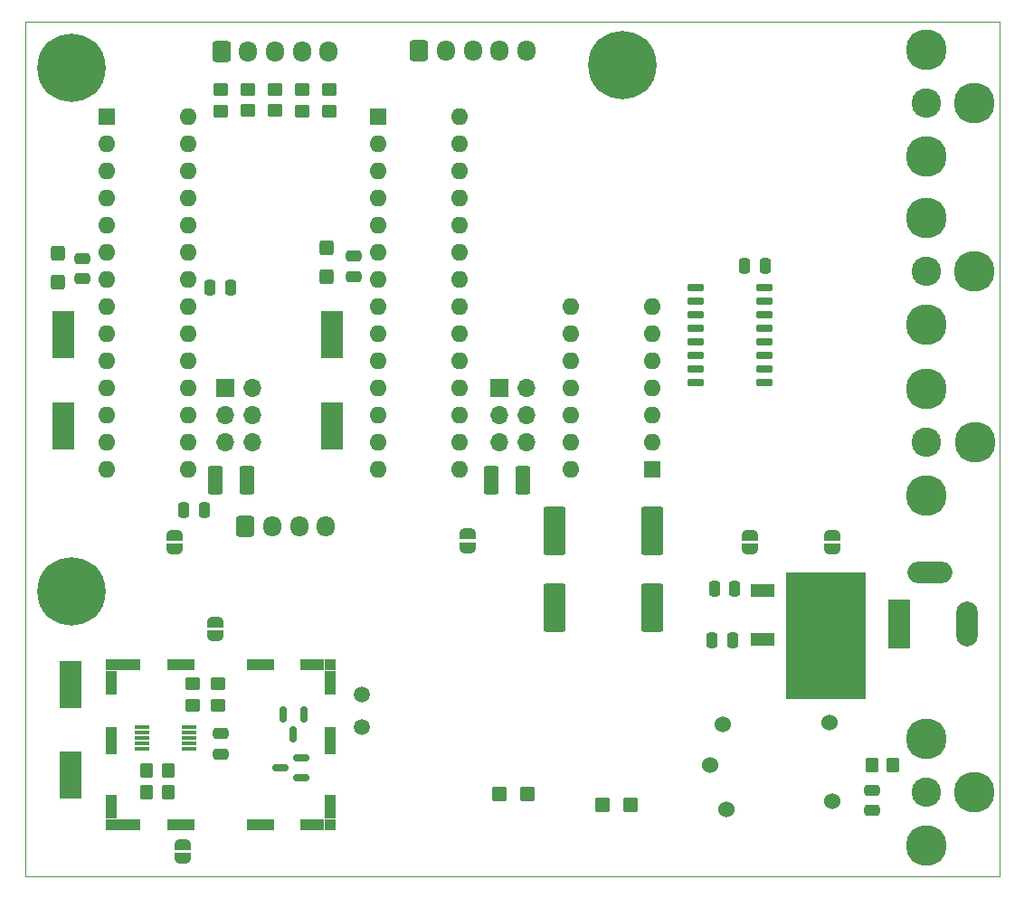
<source format=gbr>
%TF.GenerationSoftware,KiCad,Pcbnew,7.0.7*%
%TF.CreationDate,2023-09-18T17:08:08+02:00*%
%TF.ProjectId,mod_TS520,6d6f645f-5453-4353-9230-2e6b69636164,rev?*%
%TF.SameCoordinates,Original*%
%TF.FileFunction,Soldermask,Top*%
%TF.FilePolarity,Negative*%
%FSLAX46Y46*%
G04 Gerber Fmt 4.6, Leading zero omitted, Abs format (unit mm)*
G04 Created by KiCad (PCBNEW 7.0.7) date 2023-09-18 17:08:08*
%MOMM*%
%LPD*%
G01*
G04 APERTURE LIST*
G04 Aperture macros list*
%AMRoundRect*
0 Rectangle with rounded corners*
0 $1 Rounding radius*
0 $2 $3 $4 $5 $6 $7 $8 $9 X,Y pos of 4 corners*
0 Add a 4 corners polygon primitive as box body*
4,1,4,$2,$3,$4,$5,$6,$7,$8,$9,$2,$3,0*
0 Add four circle primitives for the rounded corners*
1,1,$1+$1,$2,$3*
1,1,$1+$1,$4,$5*
1,1,$1+$1,$6,$7*
1,1,$1+$1,$8,$9*
0 Add four rect primitives between the rounded corners*
20,1,$1+$1,$2,$3,$4,$5,0*
20,1,$1+$1,$4,$5,$6,$7,0*
20,1,$1+$1,$6,$7,$8,$9,0*
20,1,$1+$1,$8,$9,$2,$3,0*%
%AMFreePoly0*
4,1,19,0.500000,-0.750000,0.000000,-0.750000,0.000000,-0.744911,-0.071157,-0.744911,-0.207708,-0.704816,-0.327430,-0.627875,-0.420627,-0.520320,-0.479746,-0.390866,-0.500000,-0.250000,-0.500000,0.250000,-0.479746,0.390866,-0.420627,0.520320,-0.327430,0.627875,-0.207708,0.704816,-0.071157,0.744911,0.000000,0.744911,0.000000,0.750000,0.500000,0.750000,0.500000,-0.750000,0.500000,-0.750000,
$1*%
%AMFreePoly1*
4,1,19,0.000000,0.744911,0.071157,0.744911,0.207708,0.704816,0.327430,0.627875,0.420627,0.520320,0.479746,0.390866,0.500000,0.250000,0.500000,-0.250000,0.479746,-0.390866,0.420627,-0.520320,0.327430,-0.627875,0.207708,-0.704816,0.071157,-0.744911,0.000000,-0.744911,0.000000,-0.750000,-0.500000,-0.750000,-0.500000,0.750000,0.000000,0.750000,0.000000,0.744911,0.000000,0.744911,
$1*%
G04 Aperture macros list end*
%ADD10RoundRect,0.250000X-0.600000X-0.725000X0.600000X-0.725000X0.600000X0.725000X-0.600000X0.725000X0*%
%ADD11O,1.700000X1.950000*%
%ADD12R,2.300000X1.000000*%
%ADD13R,2.600000X1.000000*%
%ADD14R,1.000000X1.000000*%
%ADD15R,1.000000X2.300000*%
%ADD16R,1.000000X2.600000*%
%ADD17RoundRect,0.250000X-0.450000X0.350000X-0.450000X-0.350000X0.450000X-0.350000X0.450000X0.350000X0*%
%ADD18RoundRect,0.250000X-0.450000X-0.425000X0.450000X-0.425000X0.450000X0.425000X-0.450000X0.425000X0*%
%ADD19C,1.500000*%
%ADD20R,2.000000X4.600000*%
%ADD21O,2.000000X4.200000*%
%ADD22O,4.200000X2.000000*%
%ADD23R,2.000000X4.500000*%
%ADD24RoundRect,0.150000X-0.150000X0.587500X-0.150000X-0.587500X0.150000X-0.587500X0.150000X0.587500X0*%
%ADD25C,3.820000*%
%ADD26C,2.754000*%
%ADD27RoundRect,0.250001X-0.462499X-1.074999X0.462499X-1.074999X0.462499X1.074999X-0.462499X1.074999X0*%
%ADD28FreePoly0,270.000000*%
%ADD29FreePoly1,270.000000*%
%ADD30R,1.600000X1.600000*%
%ADD31O,1.600000X1.600000*%
%ADD32R,1.700000X1.700000*%
%ADD33O,1.700000X1.700000*%
%ADD34FreePoly0,90.000000*%
%ADD35FreePoly1,90.000000*%
%ADD36RoundRect,0.250000X-0.250000X-0.475000X0.250000X-0.475000X0.250000X0.475000X-0.250000X0.475000X0*%
%ADD37RoundRect,0.250001X0.799999X-1.999999X0.799999X1.999999X-0.799999X1.999999X-0.799999X-1.999999X0*%
%ADD38RoundRect,0.250000X0.450000X-0.350000X0.450000X0.350000X-0.450000X0.350000X-0.450000X-0.350000X0*%
%ADD39RoundRect,0.250000X0.475000X-0.250000X0.475000X0.250000X-0.475000X0.250000X-0.475000X-0.250000X0*%
%ADD40RoundRect,0.250000X-0.475000X0.250000X-0.475000X-0.250000X0.475000X-0.250000X0.475000X0.250000X0*%
%ADD41C,3.600000*%
%ADD42C,6.400000*%
%ADD43RoundRect,0.150000X0.587500X0.150000X-0.587500X0.150000X-0.587500X-0.150000X0.587500X-0.150000X0*%
%ADD44C,1.524000*%
%ADD45RoundRect,0.250001X0.462499X1.074999X-0.462499X1.074999X-0.462499X-1.074999X0.462499X-1.074999X0*%
%ADD46RoundRect,0.250000X0.425000X-0.450000X0.425000X0.450000X-0.425000X0.450000X-0.425000X-0.450000X0*%
%ADD47R,1.400000X0.300000*%
%ADD48RoundRect,0.250000X0.350000X0.450000X-0.350000X0.450000X-0.350000X-0.450000X0.350000X-0.450000X0*%
%ADD49RoundRect,0.250000X0.250000X0.475000X-0.250000X0.475000X-0.250000X-0.475000X0.250000X-0.475000X0*%
%ADD50R,2.200000X1.200000*%
%ADD51R,7.493000X11.811000*%
%ADD52RoundRect,0.150000X-0.650000X-0.150000X0.650000X-0.150000X0.650000X0.150000X-0.650000X0.150000X0*%
%TA.AperFunction,Profile*%
%ADD53C,0.100000*%
%TD*%
G04 APERTURE END LIST*
D10*
%TO.C,J5*%
X158108000Y-42164000D03*
D11*
X160608000Y-42164000D03*
X163108000Y-42164000D03*
X165608000Y-42164000D03*
X168108000Y-42164000D03*
%TD*%
D12*
%TO.C,J8*%
X149411500Y-114554000D03*
D13*
X154261500Y-114554000D03*
X161761500Y-114554000D03*
D12*
X166611500Y-114554000D03*
D14*
X168261500Y-114554000D03*
X147761500Y-114553000D03*
D15*
X168261500Y-112904000D03*
X147761500Y-112903000D03*
D16*
X147761500Y-106680000D03*
X168261500Y-106680000D03*
D15*
X147761500Y-101255000D03*
X168261500Y-101255000D03*
D14*
X147761500Y-99605000D03*
D12*
X149411500Y-99605000D03*
D13*
X154261500Y-99605000D03*
X161761500Y-99605000D03*
D12*
X166611500Y-99605000D03*
D14*
X168261500Y-99605000D03*
%TD*%
D17*
%TO.C,R22*%
X157988000Y-45736000D03*
X157988000Y-47736000D03*
%TD*%
D18*
%TO.C,C32*%
X184070000Y-111694000D03*
X186770000Y-111694000D03*
%TD*%
D19*
%TO.C,TP6*%
X171196000Y-105410000D03*
%TD*%
D20*
%TO.C,J1*%
X221538000Y-95758000D03*
D21*
X227838000Y-95758000D03*
D22*
X224438000Y-90958000D03*
%TD*%
D23*
%TO.C,Y3*%
X143256000Y-77216000D03*
X143256000Y-68716000D03*
%TD*%
D18*
%TO.C,C4*%
X193722000Y-112710000D03*
X196422000Y-112710000D03*
%TD*%
D24*
%TO.C,D2*%
X165783500Y-104206000D03*
X163883500Y-104206000D03*
X164833500Y-106081000D03*
%TD*%
D10*
%TO.C,J6*%
X160354000Y-86614000D03*
D11*
X162854000Y-86614000D03*
X165354000Y-86614000D03*
X167854000Y-86614000D03*
%TD*%
D25*
%TO.C,J4*%
X224100000Y-83740000D03*
X224100000Y-73740000D03*
X228600000Y-78740000D03*
D26*
X224100000Y-78740000D03*
%TD*%
D17*
%TO.C,R16*%
X165608000Y-45736000D03*
X165608000Y-47736000D03*
%TD*%
D27*
%TO.C,L17*%
X183322900Y-82346800D03*
X186297900Y-82346800D03*
%TD*%
D28*
%TO.C,JP4*%
X207518000Y-87488000D03*
D29*
X207518000Y-88788000D03*
%TD*%
D30*
%TO.C,U2*%
X147330000Y-48270000D03*
D31*
X147330000Y-50810000D03*
X147330000Y-53350000D03*
X147330000Y-55890000D03*
X147330000Y-58430000D03*
X147330000Y-60970000D03*
X147330000Y-63510000D03*
X147330000Y-66050000D03*
X147330000Y-68590000D03*
X147330000Y-71130000D03*
X147330000Y-73670000D03*
X147330000Y-76210000D03*
X147330000Y-78750000D03*
X147330000Y-81290000D03*
X154950000Y-81290000D03*
X154950000Y-78750000D03*
X154950000Y-76210000D03*
X154950000Y-73670000D03*
X154950000Y-71130000D03*
X154950000Y-68590000D03*
X154950000Y-66050000D03*
X154950000Y-63510000D03*
X154950000Y-60970000D03*
X154950000Y-58430000D03*
X154950000Y-55890000D03*
X154950000Y-53350000D03*
X154950000Y-50810000D03*
X154950000Y-48270000D03*
%TD*%
D23*
%TO.C,Y2*%
X168402000Y-77216000D03*
X168402000Y-68716000D03*
%TD*%
D28*
%TO.C,JP5*%
X157480000Y-95616000D03*
D29*
X157480000Y-96916000D03*
%TD*%
D32*
%TO.C,J12*%
X158491000Y-73675000D03*
D33*
X158491000Y-76215000D03*
X158491000Y-78755000D03*
X161031000Y-78755000D03*
X161031000Y-76215000D03*
X161031000Y-73675000D03*
%TD*%
D32*
%TO.C,J7*%
X184145000Y-73675000D03*
D33*
X184145000Y-76215000D03*
X184145000Y-78755000D03*
X186685000Y-78755000D03*
X186685000Y-76215000D03*
X186685000Y-73675000D03*
%TD*%
D34*
%TO.C,JP6*%
X153670000Y-88788000D03*
D35*
X153670000Y-87488000D03*
%TD*%
D34*
%TO.C,JP2*%
X154432000Y-117744000D03*
D35*
X154432000Y-116444000D03*
%TD*%
D23*
%TO.C,Y1*%
X143981500Y-109914000D03*
X143981500Y-101414000D03*
%TD*%
D34*
%TO.C,JP7*%
X181102000Y-88646000D03*
D35*
X181102000Y-87346000D03*
%TD*%
D36*
%TO.C,C5*%
X204216000Y-92456000D03*
X206116000Y-92456000D03*
%TD*%
D30*
%TO.C,U10*%
X198374000Y-81280000D03*
D31*
X198374000Y-78740000D03*
X198374000Y-76200000D03*
X198374000Y-73660000D03*
X198374000Y-71120000D03*
X198374000Y-68580000D03*
X198374000Y-66040000D03*
X190754000Y-66040000D03*
X190754000Y-68580000D03*
X190754000Y-71120000D03*
X190754000Y-73660000D03*
X190754000Y-76200000D03*
X190754000Y-78740000D03*
X190754000Y-81280000D03*
%TD*%
D10*
%TO.C,J11*%
X176610000Y-42118000D03*
D11*
X179110000Y-42118000D03*
X181610000Y-42118000D03*
X184110000Y-42118000D03*
X186610000Y-42118000D03*
%TD*%
D28*
%TO.C,JP1*%
X215292000Y-87488000D03*
D29*
X215292000Y-88788000D03*
%TD*%
D25*
%TO.C,J3*%
X224078800Y-67738000D03*
X224078800Y-57738000D03*
X228578800Y-62738000D03*
D26*
X224078800Y-62738000D03*
%TD*%
D37*
%TO.C,C19*%
X189230000Y-94278000D03*
X189230000Y-87078000D03*
%TD*%
D25*
%TO.C,J2*%
X224028000Y-51990000D03*
X224028000Y-41990000D03*
X228528000Y-46990000D03*
D26*
X224028000Y-46990000D03*
%TD*%
D38*
%TO.C,R29*%
X155411500Y-103362000D03*
X155411500Y-101362000D03*
%TD*%
D39*
%TO.C,C41*%
X218948000Y-113218000D03*
X218948000Y-111318000D03*
%TD*%
D30*
%TO.C,U8*%
X172730000Y-48270000D03*
D31*
X172730000Y-50810000D03*
X172730000Y-53350000D03*
X172730000Y-55890000D03*
X172730000Y-58430000D03*
X172730000Y-60970000D03*
X172730000Y-63510000D03*
X172730000Y-66050000D03*
X172730000Y-68590000D03*
X172730000Y-71130000D03*
X172730000Y-73670000D03*
X172730000Y-76210000D03*
X172730000Y-78750000D03*
X172730000Y-81290000D03*
X180350000Y-81290000D03*
X180350000Y-78750000D03*
X180350000Y-76210000D03*
X180350000Y-73670000D03*
X180350000Y-71130000D03*
X180350000Y-68590000D03*
X180350000Y-66050000D03*
X180350000Y-63510000D03*
X180350000Y-60970000D03*
X180350000Y-58430000D03*
X180350000Y-55890000D03*
X180350000Y-53350000D03*
X180350000Y-50810000D03*
X180350000Y-48270000D03*
%TD*%
D40*
%TO.C,C56*%
X145034000Y-61534000D03*
X145034000Y-63434000D03*
%TD*%
D41*
%TO.C,H10*%
X144018000Y-92710000D03*
D42*
X144018000Y-92710000D03*
%TD*%
D36*
%TO.C,C31*%
X207076000Y-62230000D03*
X208976000Y-62230000D03*
%TD*%
D41*
%TO.C,H9*%
X144018000Y-43688000D03*
D42*
X144018000Y-43688000D03*
%TD*%
D37*
%TO.C,C1*%
X198374000Y-94278000D03*
X198374000Y-87078000D03*
%TD*%
D43*
%TO.C,D1*%
X165529500Y-110170000D03*
X165529500Y-108270000D03*
X163654500Y-109220000D03*
%TD*%
D44*
%TO.C,TR2*%
X215278500Y-112395000D03*
X215024500Y-105029000D03*
X203821500Y-108966000D03*
X205372500Y-113157000D03*
X204991500Y-105156000D03*
%TD*%
D45*
%TO.C,L1*%
X160491500Y-82296000D03*
X157516500Y-82296000D03*
%TD*%
D25*
%TO.C,J9*%
X224028000Y-116506000D03*
X224028000Y-106506000D03*
X228528000Y-111506000D03*
D26*
X224028000Y-111506000D03*
%TD*%
D46*
%TO.C,C7*%
X167894000Y-63246000D03*
X167894000Y-60546000D03*
%TD*%
D17*
%TO.C,R21*%
X160528000Y-45720000D03*
X160528000Y-47720000D03*
%TD*%
D36*
%TO.C,C18*%
X204028000Y-97282000D03*
X205928000Y-97282000D03*
%TD*%
D47*
%TO.C,U7*%
X150671500Y-105426000D03*
X150671500Y-105926000D03*
X150671500Y-106426000D03*
X150671500Y-106926000D03*
X150671500Y-107426000D03*
X155071500Y-107426000D03*
X155071500Y-106926000D03*
X155071500Y-106426000D03*
X155071500Y-105926000D03*
X155071500Y-105426000D03*
%TD*%
D48*
%TO.C,R19*%
X153109500Y-109474000D03*
X151109500Y-109474000D03*
%TD*%
D40*
%TO.C,C34*%
X157988000Y-106050000D03*
X157988000Y-107950000D03*
%TD*%
D48*
%TO.C,R1*%
X220964000Y-108966000D03*
X218964000Y-108966000D03*
%TD*%
D40*
%TO.C,C35*%
X170434000Y-61346000D03*
X170434000Y-63246000D03*
%TD*%
D17*
%TO.C,R17*%
X163068000Y-45720000D03*
X163068000Y-47720000D03*
%TD*%
D19*
%TO.C,TP7*%
X171196000Y-102362000D03*
%TD*%
D49*
%TO.C,C44*%
X156464000Y-85090000D03*
X154564000Y-85090000D03*
%TD*%
D50*
%TO.C,U1*%
X208715500Y-92637500D03*
D51*
X214630000Y-96886000D03*
D50*
X208715500Y-97197500D03*
%TD*%
D46*
%TO.C,C9*%
X142748000Y-63754000D03*
X142748000Y-61054000D03*
%TD*%
D41*
%TO.C,H12*%
X195580000Y-43434000D03*
D42*
X195580000Y-43434000D03*
%TD*%
D49*
%TO.C,C25*%
X158938000Y-64262000D03*
X157038000Y-64262000D03*
%TD*%
D17*
%TO.C,R15*%
X168148000Y-45736000D03*
X168148000Y-47736000D03*
%TD*%
D52*
%TO.C,U11*%
X202438000Y-64262000D03*
X202438000Y-65532000D03*
X202438000Y-66802000D03*
X202438000Y-68072000D03*
X202438000Y-69342000D03*
X202438000Y-70612000D03*
X202438000Y-71882000D03*
X202438000Y-73152000D03*
X208938000Y-73152000D03*
X208938000Y-71882000D03*
X208938000Y-70612000D03*
X208938000Y-69342000D03*
X208938000Y-68072000D03*
X208938000Y-66802000D03*
X208938000Y-65532000D03*
X208938000Y-64262000D03*
%TD*%
D48*
%TO.C,R18*%
X153109500Y-111506000D03*
X151109500Y-111506000D03*
%TD*%
D38*
%TO.C,R13*%
X157734000Y-103362000D03*
X157734000Y-101362000D03*
%TD*%
D53*
X139700000Y-39370000D02*
X230886000Y-39370000D01*
X230886000Y-39370000D02*
X230886000Y-119380000D01*
X139700000Y-119380000D02*
X139700000Y-39370000D01*
X230886000Y-119380000D02*
X139700000Y-119380000D01*
M02*

</source>
